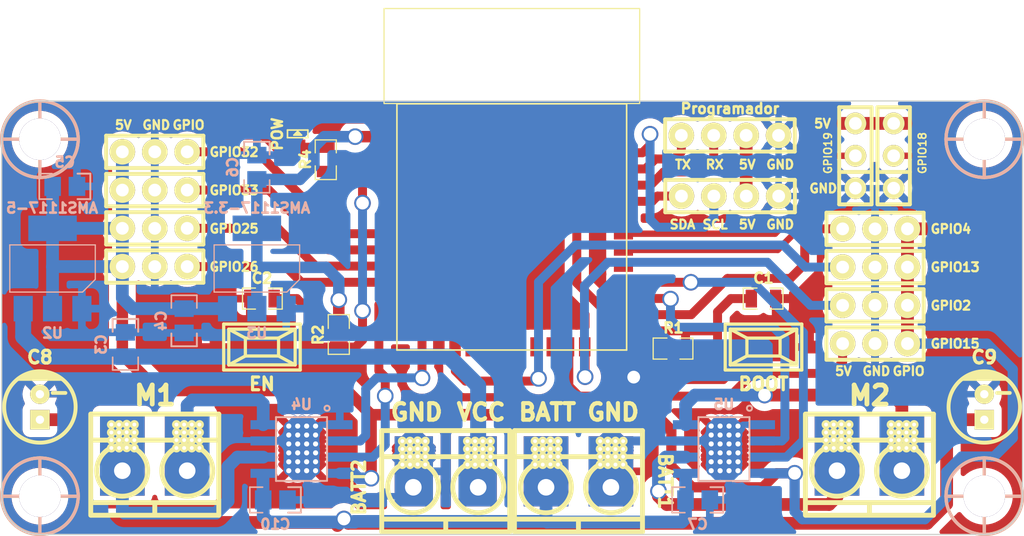
<source format=kicad_pcb>
(kicad_pcb (version 20221018) (generator pcbnew)
  (layers (0 "F.Cu" signal) (31 "B.Cu" signal) (34 "B.Paste" user) (35 "F.Paste" user) (36 "B.SilkS" user "B.Silkscreen") (37 "F.SilkS" user "F.Silkscreen") (38 "B.Mask" user) (39 "F.Mask" user) (44 "Edge.Cuts" user))
  (net 0 "")
  (net 1 "/IO0")
  (net 2 "GND")
  (net 3 "/EN")
  (net 4 "VCC")
  (net 5 "+5V")
  (net 6 "+3V3")
  (net 7 "/RXD0")
  (net 8 "/TXD0")
  (net 9 "/OUT_B_M1")
  (net 10 "/OUT_A_M1")
  (net 11 "/OUT_B_M2")
  (net 12 "/OUT_A_M2")
  (net 13 "+BATT")
  (net 14 "Net-(POW1-A)")
  (net 15 "/IR_DER")
  (net 16 "/LDR_DER")
  (net 17 "/IR_IZQ")
  (net 18 "/LDR_IZQ")
  (net 19 "/TATAMI_DER")
  (net 20 "/TATAMI_IZQ")
  (net 21 "/SDA")
  (net 22 "/SCL")
  (net 23 "/SensorAd_1")
  (net 24 "/SensorAd_2")
  (net 25 "/NeoPixel")
  (net 30 "/M1_IN1")
  (net 31 "/M1_IN2")
  (net 33 "/M2_IN2")
  (net 34 "/M2_IN1")
  (net 44 "/Pulsador")
  (footprint "footprints:R_0805" (layer "F.Cu") (at 194.64175 128.42 180)
    (fp_text reference "R1")
    (fp_text value "1OK" hide)
  )
  (footprint "footprints:Pin_Strip_3" (layer "F.Cu") (at 154 115.99)
    (fp_text reference "J2" hide)
    (fp_text value "LDR" hide)
  )
  (footprint "footprints:Pin_Strip_4" (layer "F.Cu") (at 199.08 116.46)
    (fp_text reference "J11" hide)
    (fp_text value "SalidaI2C" hide)
  )
  (footprint "EESTN5:ESP32-WROOM-32E" (layer "F.Cu") (at 181.975 118.78)
    (fp_text reference "U1" hide)
    (fp_text value "ESP32-WROOM-32")
  )
  (footprint "footprints:R_0805" (layer "F.Cu") (at 168.42 127.3475 90)
    (fp_text reference "R2")
    (fp_text value "10K" hide)
  )
  (footprint "footprints:BORNERA2_AZUL_VIAS" (layer "F.Cu") (at 210 138)
    (fp_text reference "J15" hide)
    (fp_text value "M2")
  )
  (footprint "footprints:Pin_Strip_3" (layer "F.Cu") (at 210.44 122.03 180)
    (fp_text reference "J8" hide)
    (fp_text value "QRE1113_Izquierdo" hide)
  )
  (footprint "footprints:Pin_Strip_3" (layer "F.Cu") (at 210.44 125.03 180)
    (fp_text reference "J9" hide)
    (fp_text value "IFR_IZQ" hide)
  )
  (footprint "EESTN5:Led_0805" (layer "F.Cu") (at 165.2 111.58 90)
    (fp_text reference "POW1" hide)
    (fp_text value "2V" hide)
  )
  (footprint "EESTN5:R_0805" (layer "F.Cu") (at 201.69918 124.5 180)
    (fp_text reference "C1")
    (fp_text value "1n" hide)
  )
  (footprint "EESTN5:CAP_ELEC_5x11mm" (layer "F.Cu") (at 219 133)
    (fp_text reference "C9")
    (fp_text value "100Uf/30V" hide)
  )
  (footprint "footprints:BORNERA2_AZUL_VIAS" (layer "F.Cu") (at 154 138)
    (fp_text reference "J14" hide)
    (fp_text value "M1")
  )
  (footprint "EESTN5:Separador_M3_5mm" (layer "F.Cu") (at 219 140)
    (fp_text reference "P2" hide)
    (fp_text value "Mounting_Hole" hide)
  )
  (footprint "EESTN5:R_0805" (layer "F.Cu") (at 167.4 113.57825 -90)
    (fp_text reference "R4")
    (fp_text value "470" hide)
  )
  (footprint "EESTN5:Pulsador_SMD_2_ALTO" (layer "F.Cu") (at 162.4 128.3)
    (fp_text reference "EN1" hide)
    (fp_text value "SW_Push" hide)
  )
  (footprint "footprints:Pin_Strip_3" (layer "F.Cu") (at 210.44 128.03 180)
    (fp_text reference "J10" hide)
    (fp_text value "SensorAdicional_2" hide)
  )
  (footprint "EESTN5:CAP_ELEC_5x11mm" (layer "F.Cu") (at 145 133)
    (fp_text reference "C8")
    (fp_text value "100Uf/30V" hide)
  )
  (footprint "EESTN5:R_0805" (layer "F.Cu") (at 162.4 124.5)
    (fp_text reference "C2")
    (fp_text value "1n" hide)
  )
  (footprint "footprints:Pin_Strip_3" (layer "F.Cu") (at 210.44 119.03 180)
    (fp_text reference "J7" hide)
    (fp_text value "LDR" hide)
  )
  (footprint "EESTN5:Separador_M3_5mm" (layer "F.Cu") (at 219 112)
    (fp_text reference "P2" hide)
    (fp_text value "Mounting_Hole" hide)
  )
  (footprint "footprints:BORNERA2_AZUL_VIAS" (layer "F.Cu") (at 176.8 139.3)
    (fp_text reference "J13" hide)
    (fp_text value "Bateria_3s" hide)
  )
  (footprint "EESTN5:Pin_Strip_3" (layer "F.Cu") (at 208.9 113.3 90)
    (fp_text reference "J5" hide)
    (fp_text value "NeoPixel" hide)
  )
  (footprint "footprints:Pin_Strip_4" (layer "F.Cu") (at 199.07 111.7 180)
    (fp_text reference "J16" hide)
    (fp_text value "Programador")
  )
  (footprint "EESTN5:Pin_Strip_3" (layer "F.Cu") (at 211.9 113.3 90)
    (fp_text reference "J6" hide)
    (fp_text value "SWITCH" hide)
  )
  (footprint "EESTN5:Separador_M3_5mm" (layer "F.Cu") (at 145 112)
    (fp_text reference "P2" hide)
    (fp_text value "Mounting_Hole" hide)
  )
  (footprint "footprints:Pin_Strip_3" (layer "F.Cu") (at 154 118.99)
    (fp_text reference "J3" hide)
    (fp_text value "QRE1113_Derecho" hide)
  )
  (footprint "footprints:Pin_Strip_3" (layer "F.Cu") (at 154 121.99)
    (fp_text reference "J4" hide)
    (fp_text value "IFR_DER" hide)
  )
  (footprint "EESTN5:Separador_M3_5mm" (layer "F.Cu") (at 145 140)
    (fp_text reference "P2" hide)
    (fp_text value "Mounting_Hole" hide)
  )
  (footprint "footprints:Pin_Strip_3" (layer "F.Cu") (at 154 112.99)
    (fp_text reference "J1" hide)
    (fp_text value "SensorAdicional_1" hide)
  )
  (footprint "EESTN5:Pulsador_SMD_2_ALTO" (layer "F.Cu") (at 201.69918 128.3 180)
    (fp_text reference "BOOT1" hide)
    (fp_text value "SW_Push" hide)
  )
  (footprint "footprints:BORNERA2_AZUL_VIAS" (layer "F.Cu") (at 187.2 139.3)
    (fp_text reference "J12" hide)
    (fp_text value "Bateria_6s" hide)
  )
  (footprint "footprints:AMS117-SOT-223" (layer "B.Cu") (at 145.99 122.14 90)
    (fp_text reference "U2")
    (fp_text value "AMS1117-5")
  )
  (footprint "EESTN5:C_0805" (layer "B.Cu") (at 146.95 115.7 180)
    (fp_text reference "C5")
    (fp_text value "10uF" hide)
  )
  (footprint "EESTN5:C_0805" (layer "B.Cu") (at 163.45 140.29 180)
    (fp_text reference "C10")
    (fp_text value "100nf" hide)
  )
  (footprint "EESTN5:C_0805" (layer "B.Cu") (at 151.7 128.1 -90)
    (fp_text reference "C3")
    (fp_text value "10uF" hide)
  )
  (footprint "EESTN5:C_0805" (layer "B.Cu") (at 156.3 126.24 90)
    (fp_text reference "C4")
    (fp_text value "10uF" hide)
  )
  (footprint "footprints:TB67H451AFNG_Disipado" (layer "B.Cu") (at 165.5 136.3 -90)
    (fp_text reference "U4")
    (fp_text value "TB67H451AFNG" hide)
  )
  (footprint "footprints:TB67H451AFNG_Disipado" (layer "B.Cu") (at 198.6 136.3 -90)
    (fp_text reference "U5")
    (fp_text value "TB67H451AFNG" hide)
  )
  (footprint "EESTN5:C_0805" (layer "B.Cu") (at 162 114.2 -90)
    (fp_text reference "C6")
    (fp_text value "10uF" hide)
  )
  (footprint "footprints:AMS117-SOT-223" (layer "B.Cu") (at 162 122.14 90)
    (fp_text reference "U3")
    (fp_text value "AMS1117-3.3")
  )
  (footprint "EESTN5:C_0805" (layer "B.Cu") (at 196.54 140.29 180)
    (fp_text reference "C7")
    (fp_text value "100nf" hide)
  )
  (gr_line (start 142 112) (end 142 140) (stroke (width 0.1)) (layer "Edge.Cuts"))
  (gr_line (start 222 112) (end 222 140) (stroke (width 0.1)) (layer "Edge.Cuts"))
  (gr_arc (start 142 112) (mid 142.87868 109.87868) (end 145 109) (stroke (width 0.1)) (layer "Edge.Cuts"))
  (gr_arc (start 219 109) (mid 221.12132 109.87868) (end 222 112) (stroke (width 0.1)) (layer "Edge.Cuts"))
  (gr_arc (start 222 140) (mid 221.12132 142.12132) (end 219 143) (stroke (width 0.1)) (layer "Edge.Cuts"))
  (gr_line (start 145 109) (end 219 109) (stroke (width 0.1)) (layer "Edge.Cuts"))
  (gr_line (start 219 143) (end 145 143) (stroke (width 0.1)) (layer "Edge.Cuts"))
  (gr_arc (start 145 143) (mid 142.87868 142.12132) (end 142 140) (stroke (width 0.1)) (layer "Edge.Cuts"))
  (gr_text "SCL" (at 196.825 119.1) (layer "F.SilkS") (effects (font (size 0.7 0.7) (thickness 0.175) bold) (justify left bottom)))
  (gr_text "SDA\n" (at 194.25 119.1) (layer "F.SilkS") (effects (font (size 0.7 0.7) (thickness 0.175) bold) (justify left bottom)))
  (gr_text "5V" (at 205.575 111.19) (layer "F.SilkS") (effects (font (size 0.7 0.7) (thickness 0.175) bold) (justify left bottom)))
  (gr_text "GPIO4\n" (at 214.7 119.45) (layer "F.SilkS") (effects (font (size 0.7 0.7) (thickness 0.175) bold) (justify left bottom)))
  (gr_text "GND" (at 209.365 130.6) (layer "F.SilkS") (effects (font (size 0.7 0.7) (thickness 0.175) bold) (justify left bottom)))
  (gr_text "GPIO15" (at 214.7 128.45) (layer "F.SilkS") (effects (font (size 0.7 0.7) (thickness 0.175) bold) (justify left bottom)))
  (gr_text "GPIO18\n" (at 214.5 114.8 90) (layer "F.SilkS") (effects (font (size 0.6 0.6) (thickness 0.125) bold) (justify left bottom)))
  (gr_text "GPIO32" (at 158.2 113.42) (layer "F.SilkS") (effects (font (size 0.7 0.7) (thickness 0.175) bold) (justify left bottom)))
  (gr_text "GPIO" (at 155.3 111.3) (layer "F.SilkS") (effects (font (size 0.7 0.7) (thickness 0.175) bold) (justify left bottom)))
  (gr_text "GPIO2" (at 214.7 125.46) (layer "F.SilkS") (effects (font (size 0.7 0.7) (thickness 0.175) bold) (justify left bottom)))
  (gr_text "GND" (at 187.725 134.175) (layer "F.SilkS") (effects (font (size 1.3 1.3) (thickness 0.325) bold) (justify left bottom)))
  (gr_text "5V" (at 207.215 130.6) (layer "F.SilkS") (effects (font (size 0.7 0.7) (thickness 0.175) bold) (justify left bottom)))
  (gr_text "GND" (at 205.2 116.27) (layer "F.SilkS") (effects (font (size 0.7 0.7) (thickness 0.175) bold) (justify left bottom)))
  (gr_text "GPIO13\n" (at 214.7 122.45) (layer "F.SilkS") (effects (font (size 0.7 0.7) (thickness 0.175) bold) (justify left bottom)))
  (gr_text "VCC" (at 177.5 134.175) (layer "F.SilkS") (effects (font (size 1.3 1.3) (thickness 0.325) bold) (justify left bottom)))
  (gr_text "GPIO33" (at 158.2 116.42) (layer "F.SilkS") (effects (font (size 0.7 0.7) (thickness 0.175) bold) (justify left bottom)))
  (gr_text "GPIO" (at 211.725 130.6) (layer "F.SilkS") (effects (font (size 0.7 0.7) (thickness 0.175) bold) (justify left bottom)))
  (gr_text "GPIO19\n" (at 207.1 114.8 90) (layer "F.SilkS") (effects (font (size 0.6 0.6) (thickness 0.125) bold) (justify left bottom)))
  (gr_text "RX" (at 197.075 114.4) (layer "F.SilkS") (effects (font (size 0.7 0.7) (thickness 0.175) bold) (justify left bottom)))
  (gr_text "BATT" (at 182.35 134.175) (layer "F.SilkS") (effects (font (size 1.3 1.3) (thickness 0.325) bold) (justify left bottom)))
  (gr_text "GND" (at 152.94 111.3) (layer "F.SilkS") (effects (font (size 0.7 0.7) (thickness 0.175) bold) (justify left bottom)))
  (gr_text "5V" (at 199.675 119.1) (layer "F.SilkS") (effects (font (size 0.7 0.7) (thickness 0.175) bold) (justify left bottom)))
  (gr_text "5V" (at 199.675 114.4) (layer "F.SilkS") (effects (font (size 0.7 0.7) (thickness 0.175) bold) (justify left bottom)))
  (gr_text "GPIO26" (at 158.2 122.42) (layer "F.SilkS") (effects (font (size 0.7 0.7) (thickness 0.175) bold) (justify left bottom)))
  (gr_text "GND" (at 201.825 114.4) (layer "F.SilkS") (effects (font (size 0.7 0.7) (thickness 0.175) bold) (justify left bottom)))
  (gr_text "GND" (at 201.825 119.1) (layer "F.SilkS") (effects (font (size 0.7 0.7) (thickness 0.175) bold) (justify left bottom)))
  (gr_text "GPIO25" (at 158.2 119.43) (layer "F.SilkS") (effects (font (size 0.7 0.7) (thickness 0.175) bold) (justify left bottom)))
  (gr_text "GND" (at 172.325 134.175) (layer "F.SilkS") (effects (font (size 1.3 1.3) (thickness 0.325) bold) (justify left bottom)))
  (gr_text "TX" (at 194.675 114.4) (layer "F.SilkS") (effects (font (size 0.7 0.7) (thickness 0.175) bold) (justify left bottom)))
  (gr_text "5V" (at 150.79 111.3) (layer "F.SilkS") (effects (font (size 0.7 0.7) (thickness 0.175) bold) (justify left bottom)))
  (segment (start 198.1 125.54) (end 199.14 124.5) (width 0.7) (layer "F.Cu") (net 1))
  (segment (start 195.59425 127.076) (end 195.55 127.03175) (width 0.7) (layer "F.Cu") (net 1))
  (segment (start 195.59425 128.42) (end 195.59425 127.076) (width 0.7) (layer "F.Cu") (net 1))
  (segment (start 198.0975 128.2975) (end 198.1 128.3) (width 0.7) (layer "F.Cu") (net 1))
  (segment (start 198.1 127.01) (end 198.1 125.54) (width 0.7) (layer "F.Cu") (net 1))
  (segment (start 190.75 127.03175) (end 195.55 127.03175) (width 0.7) (layer "F.Cu") (net 1))
  (segment (start 199.14 124.5) (end 200.74668 124.5) (width 0.7) (layer "F.Cu") (net 1))
  (segment (start 198.07825 127.03175) (end 198.1 127.01) (width 0.7) (layer "F.Cu") (net 1))
  (segment (start 195.55 127.03175) (end 198.07825 127.03175) (width 0.7) (layer "F.Cu") (net 1))
  (segment (start 198.1 128.3) (end 198.1 127.01) (width 0.7) (layer "F.Cu") (net 1))
  (segment (start 204.05 124.5) (end 202.65168 124.5) (width 0.7) (layer "F.Cu") (net 2))
  (segment (start 159.89 124.5) (end 161.4475 124.5) (width 0.5) (layer "F.Cu") (net 2))
  (segment (start 190.75 110.52175) (end 180.36 110.52175) (width 0.5) (layer "F.Cu") (net 2))
  (segment (start 173.24077 110.53098) (end 173.25 110.52175) (width 0.5) (layer "F.Cu") (net 2))
  (segment (start 165.2 110.53098) (end 173.24077 110.53098) (width 0.5) (layer "F.Cu") (net 2))
  (segment (start 180.5 119.64175) (end 180.5 116.84175) (width 0.5) (layer "F.Cu") (net 2))
  (segment (start 154 110.59098) (end 154.06 110.53098) (width 0.5) (layer "F.Cu") (net 2))
  (segment (start 179.1 119.64175) (end 179.1 116.84175) (width 0.5) (layer "F.Cu") (net 2))
  (segment (start 179.67 123.96) (end 180.5 123.13) (width 0.5) (layer "F.Cu") (net 2))
  (segment (start 154 121.99) (end 154 112.99) (width 0.5) (layer "F.Cu") (net 2))
  (segment (start 176.285 128.28175) (end 176.285 125.665) (width 0.5) (layer "F.Cu") (net 2))
  (segment (start 179.1 116.84175) (end 181.9 119.64175) (width 0.5) (layer "F.Cu") (net 2))
  (segment (start 158.80082 128.3) (end 155.92 128.3) (width 0.5) (layer "F.Cu") (net 2))
  (segment (start 205.29836 125.74836) (end 204.05 124.5) (width 0.7) (layer "F.Cu") (net 2))
  (segment (start 181.9 119.64175) (end 179.1 119.64175) (width 0.5) (layer "F.Cu") (net 2))
  (segment (start 180.5 123.13) (end 180.5 118.24175) (width 0.5) (layer "F.Cu") (net 2))
  (segment (start 148.7 112.09) (end 150.25902 110.53098) (width 0.5) (layer "F.Cu") (net 2))
  (segment (start 205.29836 128.3) (end 205.29836 125.74836) (width 0.7) (layer "F.Cu") (net 2))
  (segment (start 181.9 116.84175) (end 179.1 119.64175) (width 0.5) (layer "F.Cu") (net 2))
  (segment (start 200.85 128.3) (end 198.49 130.66) (width 0.5) (layer "F.Cu") (net 2))
  (segment (start 154.87902 110.53098) (end 165.2 110.53098) (width 0.5) (layer "F.Cu") (net 2))
  (segment (start 176.285 125.665) (end 177.99 123.96) (width 0.5) (layer "F.Cu") (net 2))
  (segment (start 179.1 118.24175) (end 181.9 118.24175) (width 0.5) (layer "F.Cu") (net 2))
  (segment (start 177.99 123.96) (end 179.67 123.96) (width 0.5) (layer "F.Cu") (net 2))
  (segment (start 158.80082 125.58918) (end 159.89 124.5) (width 0.5) (layer "F.Cu") (net 2))
  (segment (start 155.92 128.3) (end 154 126.38) (width 0.5) (layer "F.Cu") (net 2))
  (segment (start 150.25902 110.53098) (end 154.87902 110.53098) (width 0.5) (layer "F.Cu") (net 2))
  (segment (start 205.29836 128.3) (end 200.85 128.3) (width 0.5) (layer "F.Cu") (net 2))
  (segment (start 179.1 116.84175) (end 181.9 116.84175) (width 0.5) (layer "F.Cu") (net 2))
  (segment (start 147.18 132) (end 148.7 130.48) (width 0.5) (layer "F.Cu") (net 2))
  (segment (start 180.36 110.52175) (end 173.25 110.52175) (width 0.5) (layer "F.Cu") (net 2))
  (segment (start 145 132) (end 147.18 132) (width 0.5) (layer "F.Cu") (net 2))
  (segment (start 181.9 116.84175) (end 181.9 119.64175) (width 0.5) (layer "F.Cu") (net 2))
  (segment (start 154.06 110.53098) (end 154.87902 110.53098) (width 0.5) (layer "F.Cu") (net 2))
  (segment (start 158.80082 128.3) (end 158.80082 125.58918) (width 0.5) (layer "F.Cu") (net 2))
  (segment (start 154 126.38) (end 154 121.99) (width 0.5) (layer "F.Cu") (net 2))
  (segment (start 198.49 130.66) (end 191.53 130.66) (width 0.5) (layer "F.Cu") (net 2))
  (segment (start 154 112.99) (end 154 110.59098) (width 0.5) (layer "F.Cu") (net 2))
  (segment (start 148.7 130.48) (end 148.7 112.09) (width 0.5) (layer "F.Cu") (net 2))
  (segment (start 180.5 116.84175) (end 180.5 118.24175) (width 0.5) (layer "F.Cu") (net 2))
  (via (at 191.53 130.66) (size 1.3) (drill 1) (layers "F.Cu" "B.Cu") (net 2))
  (segment (start 180.5475 127.1925) (end 180.55 127.19) (width 0.5) (layer "B.Cu") (net 2))
  (segment (start 145 132) (end 153.21 132) (width 0.5) (layer "B.Cu") (net 2))
  (segment (start 189.74 136.64) (end 190.7 135.68) (width 0.7) (layer "B.Cu") (net 2))
  (segment (start 162.5 135.665) (end 165.665 135.665) (width 0.5) (layer "B.Cu") (net 2))
  (segment (start 167 134.395) (end 168.5 134.395) (width 0.5) (layer "B.Cu") (net 2))
  (segment (start 166.22 140) (end 173.56 140) (width 0.5) (layer "B.Cu") (net 2))
  (segment (start 205.68 115.84) (end 208.9 115.84) (width 0.5) (layer "B.Cu") (net 2))
  (segment (start 189.72 131.51) (end 189.72 132.78) (width 0.5) (layer "B.Cu") (net 2))
  (segment (start 164.4025 140.29) (end 165.93 140.29) (width 0.5) (layer "B.Cu") (net 2))
  (segment (start 197.4925 140.29) (end 198.59 140.29) (width 0.5) (layer "B.Cu") (net 2))
  (segment (start 151.745 127.1925) (end 151.7 127.1475) (width 0.5) (layer "B.Cu") (net 2))
  (segment (start 208.9 115.84) (end 210.25 115.84) (width 0.5) (layer "B.Cu") (net 2))
  (segment (start 190.57 130.66) (end 189.72 131.51) (width 0.5) (layer "B.Cu") (net 2))
  (segment (start 210.44 119.03) (end 210.44 116.03) (width 0.5) (layer "B.Cu") (net 2))
  (segment (start 149.46 110.5) (end 148.83 111.13) (width 0.5) (layer "B.Cu") (net 2))
  (segment (start 181.47 109.62) (end 180.55 110.54) (width 0.5) (layer "B.Cu") (net 2))
  (segment (start 198.765 135.665) (end 199 135.9) (width 0.5) (layer "B.Cu") (net 2))
  (segment (start 191.53 130.66) (end 190.57 130.66) (width 0.5) (layer "B.Cu") (net 2))
  (segment (start 151.7 127.1475) (end 148.7475 127.1475) (width 0.5) (layer "B.Cu") (net 2))
  (segment (start 148.29 126.69) (end 148.29 125.29) (width 0.5) (layer "B.Cu") (net 2))
  (segment (start 195.6 135.665) (end 190.715 135.665) (width 0.7) (layer "B.Cu") (net 2))
  (segment (start 163.45 127.1925) (end 164.29 127.1925) (width 0.5) (layer "B.Cu") (net 2))
  (segment (start 148.83 111.13) (end 149.26 110.7) (width 0.5) (layer "B.Cu") (net 2))
  (segment (start 164.29 127.1925) (end 180.5475 127.1925) (width 0.5) (layer "B.Cu") (net 2))
  (segment (start 202.88 111.7) (end 202.88 116.45) (width 0.5) (layer "B.Cu") (net 2))
  (segment (start 165.93 140.29) (end 166.22 140) (width 0.5) (layer "B.Cu") (net 2))
  (segment (start 195.6 135.665) (end 198.765 135.665) (width 0.5) (layer "B.Cu") (net 2))
  (segment (start 180.55 127.19) (end 180.55 111.74) (width 0.5) (layer "B.Cu") (net 2))
  (segment (start 154 112.99) (end 154 110.72) (width 0.5) (layer "B.Cu") (net 2))
  (segment (start 166.99 130.67) (end 168.5 132.18) (width 0.5) (layer "B.Cu") (net 2))
  (segment (start 200.1 134.395) (end 201.6 134.395) (width 0.5) (layer "B.Cu") (net 2))
  (segment (start 153.21 132) (end 154.54 130.67) (width 0.5) (layer "B.Cu") (net 2))
  (segment (start 180.55 110.54) (end 180.55 111.74) (width 0.5) (layer "B.Cu") (net 2))
  (segment (start 210.44 128.03) (end 210.44 119.03) (width 0.5) (layer "B.Cu") (net 2))
  (segment (start 183.54 132.78) (end 189.72 132.78) (width 0.5) (layer "B.Cu") (net 2))
  (segment (start 183.28 132.78) (end 183.54 132.78) (width 0.5) (layer "B.Cu") (net 2))
  (segment (start 156.3 127.1925) (end 151.745 127.1925) (width 0.5) (layer "B.Cu") (net 2))
  (segment (start 190.715 135.665) (end 189.74 136.64) (width 0.7) (layer "B.Cu") (net 2))
  (segment (start 147.9025 115.7) (end 147.9025 112.0575) (width 0.5) (layer "B.Cu") (net 2))
  (segment (start 162 110.5) (end 149.46 110.5) (width 0.5) (layer "B.Cu") (net 2))
  (segment (start 147.9025 112.0575) (end 148.83 111.13) (width 0.5) (layer "B.Cu") (net 2))
  (segment (start 180.55 129.79) (end 180.55 127.19) (width 0.5) (layer "B.Cu") (net 2))
  (segment (start 202.88 110.02) (end 202.48 109.62) (width 0.5) (layer "B.Cu") (net 2))
  (segment (start 210.44 116.03) (end 210.25 115.84) (width 0.5) (layer "B.Cu") (net 2))
  (segment (start 168.5 132.18) (end 168.5 134.395) (width 0.5) (layer "B.Cu") (net 2))
  (segment (start 162 113.2475) (end 162 110.5) (width 0.5) (layer "B.Cu") (net 2))
  (segment (start 189.72 139.28) (end 189.74 139.3) (width 0.5) (layer "B.Cu") (net 2))
  (segment (start 165.93 135.465) (end 167 134.395) (width 0.5) (layer "B.Cu") (net 2))
  (segment (start 202.88 111.7) (end 202.88 110.02) (width 0.5) (layer "B.Cu") (net 2))
  (segment (start 156.3 127.1925) (end 163.45 127.1925) (width 0.5) (layer "B.Cu") (net 2))
  (segment (start 211.66 132) (end 219 132) (width 0.5) (layer "B.Cu") (net 2))
  (segment (start 210.25 115.84) (end 211.9 115.84) (width 0.5) (layer "B.Cu") (net 2))
  (segment (start 165.665 135.665) (end 165.9 135.9) (width 0.5) (layer "B.Cu") (net 2))
  (segment (start 180.55 110.54) (end 180.51 110.5) (width 0.5) (layer "B.Cu") (net 2))
  (segment (start 164.3 125.29) (end 164.3 127.1825) (width 0.5) (layer "B.Cu") (net 2))
  (segment (start 210.44 130.78) (end 211.66 132) (width 0.5) (layer "B.Cu") (net 2))
  (segment (start 183.54 132.78) (end 180.55 129.79) (width 0.5) (layer "B.Cu") (net 2))
  (segment (start 210.44 128.03) (end 210.44 130.78) (width 0.5) (layer "B.Cu") (net 2))
  (segment (start 154.54 130.67) (end 166.99 130.67) (width 0.5) (layer "B.Cu") (net 2))
  (segment (start 202.88 116.45) (end 202.89 116.46) (width 0.5) (layer "B.Cu") (net 2))
  (segment (start 154 110.72) (end 153.98 110.7) (width 0.5) (layer "B.Cu") (net 2))
  (segment (start 164.3 127.1825) (end 164.29 127.1925) (width 0.5) (layer "B.Cu") (net 2))
  (segment (start 189.74 139.3) (end 189.74 136.64) (width 0.7) (layer "B.Cu") (net 2))
  (segment (start 180.51 110.5) (end 162 110.5) (width 0.5) (layer "B.Cu") (net 2))
  (segment (start 165.93 140.29) (end 165.93 135.465) (width 0.5) (layer "B.Cu") (net 2))
  (segment (start 198.59 140.29) (end 198.98 139.9) (width 0.5) (layer "B.Cu") (net 2))
  (segment (start 148.7475 127.1475) (end 148.29 126.69) (width 0.5) (layer "B.Cu") (net 2))
  (segment (start 202.89 116.46) (end 205.06 116.46) (width 0.5) (layer "B.Cu") (net 2))
  (segment (start 173.56 140) (end 174.26 139.3) (width 0.5) (layer "B.Cu") (net 2))
  (segment (start 198.98 135.515) (end 200.1 134.395) (width 0.5) (layer "B.Cu") (net 2))
  (segment (start 189.72 132.78) (end 189.72 139.28) (width 0.5) (layer "B.Cu") (net 2))
  (segment (start 205.06 116.46) (end 205.68 115.84) (width 0.5) (layer "B.Cu") (net 2))
  (segment (start 198.98 139.9) (end 198.98 135.515) (width 0.5) (layer "B.Cu") (net 2))
  (segment (start 202.48 109.62) (end 181.47 109.62) (width 0.5) (layer "B.Cu") (net 2))
  (segment (start 165.14 124.5) (end 165.99918 125.35918) (width 0.7) (layer "F.Cu") (net 3))
  (segment (start 167.4 114.53075) (end 170.18075 114.53075) (width 0.7) (layer "F.Cu") (net 3))
  (segment (start 170.28 127.75) (end 169.73 128.3) (width 0.7) (layer "F.Cu") (net 3))
  (segment (start 170.28 125.46) (end 170.28 127.75) (width 0.7) (layer "F.Cu") (net 3))
  (segment (start 171.64975 113.06175) (end 173.25 113.06175) (width 0.7) (layer "F.Cu") (net 3))
  (segment (start 170.18075 114.53075) (end 171.64975 113.06175) (width 0.7) (layer "F.Cu") (net 3))
  (segment (start 170.28 114.63) (end 170.18075 114.53075) (width 0.7) (layer "F.Cu") (net 3))
  (segment (start 169.73 128.3) (end 168.42 128.3) (width 0.7) (layer "F.Cu") (net 3))
  (segment (start 170.28 117.01) (end 170.28 114.63) (width 0.7) (layer "F.Cu") (net 3))
  (segment (start 165.99918 128.3) (end 168.42 128.3) (width 0.7) (layer "F.Cu") (net 3))
  (segment (start 165.99918 125.35918) (end 165.99918 128.3) (width 0.7) (layer "F.Cu") (net 3))
  (segment (start 163.3525 124.5) (end 165.14 124.5) (width 0.7) (layer "F.Cu") (net 3))
  (via (at 170.28 125.46) (size 1.3) (drill 1) (layers "F.Cu" "B.Cu") (net 3))
  (via (at 170.28 117.01) (size 1.3) (drill 1) (layers "F.Cu" "B.Cu") (net 3))
  (segment (start 170.28 117.01) (end 170.28 125.46) (width 0.7) (layer "B.Cu") (net 3))
  (segment (start 151.7 129.0525) (end 145.2525 129.0525) (width 1.25) (layer "B.Cu") (net 4))
  (segment (start 143.69 127.49) (end 143.69 125.29) (width 1.25) (layer "B.Cu") (net 4))
  (segment (start 177.0525 129.0525) (end 151.7 129.0525) (width 1.25) (layer "B.Cu") (net 4))
  (segment (start 145.2525 129.0525) (end 143.69 127.49) (width 1.25) (layer "B.Cu") (net 4))
  (segment (start 179.7 137.52) (end 179.56 137.38) (width 1.25) (layer "B.Cu") (net 4))
  (segment (start 177.0525 129.0525) (end 179.34 131.34) (width 1.25) (layer "B.Cu") (net 4))
  (segment (start 179.34 131.34) (end 179.34 139.3) (width 1.25) (layer "B.Cu") (net 4))
  (segment (start 200.34 116.45) (end 200.35 116.46) (width 1) (layer "F.Cu") (net 5))
  (segment (start 170.95 133.61) (end 193.23 133.61) (width 0.9) (layer "F.Cu") (net 5))
  (segment (start 214.99 119.03) (end 212.98 119.03) (width 1) (layer "F.Cu") (net 5))
  (segment (start 151.46 128.9) (end 151.46 121.99) (width 0.9) (layer "F.Cu") (net 5))
  (segment (start 200.34 113.92) (end 200.34 111.7) (width 1) (layer "F.Cu") (net 5))
  (segment (start 203.79 113.92) (end 206.95 110.76) (width 1) (layer "F.Cu") (net 5))
  (segment (start 200.34 113.92) (end 200.34 116.45) (width 1) (layer "F.Cu") (net 5))
  (segment (start 154.27 131.71) (end 151.46 128.9) (width 0.9) (layer "F.Cu") (net 5))
  (segment (start 215.69 118.33) (end 214.99 119.03) (width 1) (layer "F.Cu") (net 5))
  (segment (start 170.95 138.59) (end 170.95 133.61) (width 0.9) (layer "F.Cu") (net 5))
  (segment (start 169.05 131.71) (end 154.27 131.71) (width 0.9) (layer "F.Cu") (net 5))
  (segment (start 200.34 113.92) (end 203.79 113.92) (width 1) (layer "F.Cu") (net 5))
  (segment (start 215.69 111.73) (end 215.69 118.33) (width 1) (layer "F.Cu") (net 5))
  (segment (start 194.48 137.66) (end 194.48 134.82) (width 0.8) (layer "F.Cu") (net 5))
  (segment (start 208.9 110.76) (end 211.9 110.76) (width 1) (layer "F.Cu") (net 5))
  (segment (start 201.64 139.3) (end 196.12 139.3) (width 0.8) (layer "F.Cu") (net 5))
  (segment (start 202.74 138.2) (end 201.64 139.3) (width 0.8) (layer "F.Cu") (net 5))
  (segment (start 212.98 119.03) (end 212.98 128.03) (width 1) (layer "F.Cu") (net 5))
  (segment (start 211.9 110.76) (end 214.72 110.76) (width 1) (layer "F.Cu") (net 5))
  (segment (start 204.14 138.2) (end 202.74 138.2) (width 0.8) (layer "F.Cu") (net 5))
  (segment (start 214.72 110.76) (end 215.69 111.73) (width 1) (layer "F.Cu") (net 5))
  (segment (start 206.95 110.76) (end 208.9 110.76) (width 1) (layer "F.Cu") (net 5))
  (segment (start 170.95 133.61) (end 169.05 131.71) (width 0.9) (layer "F.Cu") (net 5))
  (segment (start 193.23 133.61) (end 194.36 134.74) (width 0.9) (layer "F.Cu") (net 5))
  (segment (start 196.12 139.3) (end 194.48 137.66) (width 0.8) (layer "F.Cu") (net 5))
  (via (at 204.14 138.2) (size 1.3) (drill 1) (layers "F.Cu" "B.Cu") (net 5))
  (via (at 170.95 138.59) (size 1.3) (drill 1) (layers "F.Cu" "B.Cu") (net 5))
  (segment (start 170.95 138.59) (end 169.96 138.59) (width 0.9) (layer "B.Cu") (net 5))
  (segment (start 221.23 130.05) (end 219.21 128.03) (width 0.8) (layer "B.Cu") (net 5))
  (segment (start 156.3025 125.29) (end 156.3 125.2875) (width 1) (layer "B.Cu") (net 5))
  (segment (start 159.7 125.29) (end 156.3025 125.29) (width 1) (layer "B.Cu") (net 5))
  (segment (start 145.9975 118.9825) (end 145.99 118.99) (width 1) (layer "B.Cu") (net 5))
  (segment (start 145.9975 115.7) (end 145.9975 118.9825) (width 1) (layer "B.Cu") (net 5))
  (segment (start 204.14 138.2) (end 204.14 141.2) (width 0.8) (layer "B.Cu") (net 5))
  (segment (start 219.21 128.03) (end 212.98 128.03) (width 0.8) (layer "B.Cu") (net 5))
  (segment (start 217.22 136.89) (end 219.77 136.89) (width 0.8) (layer "B.Cu") (net 5))
  (segment (start 145.99 118.99) (end 151.46 118.99) (width 1) (layer "B.Cu") (net 5))
  (segment (start 146 121.99) (end 145.99 122) (width 1) (layer "B.Cu") (net 5))
  (segment (start 219.77 136.89) (end 221.23 135.43) (width 0.8) (layer "B.Cu") (net 5))
  (segment (start 151.46 121.99) (end 151.46 112.99) (width 1) (layer "B.Cu") (net 5))
  (segment (start 221.23 135.43) (end 221.23 130.05) (width 0.8) (layer "B.Cu") (net 5))
  (segment (start 145.99 122) (end 145.99 125.29) (width 1) (layer "B.Cu") (net 5))
  (segment (start 156.3 125.2875) (end 152.2875 125.2875) (width 1) (layer "B.Cu") (net 5))
  (segment (start 216.025 138.085) (end 217.22 136.89) (width 0.8) (layer "B.Cu") (net 5))
  (segment (start 214.35 141.8) (end 216.025 140.125) (width 0.8) (layer "B.Cu") (net 5))
  (segment (start 204.14 138.2) (end 204.135 138.205) (width 0.8) (layer "B.Cu") (net 5))
  (segment (start 216.025 140.125) (end 216.025 138.085) (width 0.8) (layer "B.Cu") (net 5))
  (segment (start 169.575 138.205) (end 168.5 138.205) (width 0.9) (layer "B.Cu") (net 5))
  (segment (start 169.96 138.59) (end 169.575 138.205) (width 0.9) (layer "B.Cu") (net 5))
  (segment (start 204.135 138.205) (end 201.6 138.205) (width 0.8) (layer "B.Cu") (net 5))
  (segment (start 151.46 124.46) (end 151.46 121.99) (width 1) (layer "B.Cu") (net 5))
  (segment (start 151.46 121.99) (end 146 121.99) (width 1) (layer "B.Cu") (net 5))
  (segment (start 204.74 141.8) (end 214.35 141.8) (width 0.8) (layer "B.Cu") (net 5))
  (segment (start 152.2875 125.2875) (end 151.46 124.46) (width 1) (layer "B.Cu") (net 5))
  (segment (start 204.14 141.2) (end 204.74 141.8) (width 0.8) (layer "B.Cu") (net 5))
  (segment (start 145.99 118.99) (end 145.99 122) (width 1) (layer "B.Cu") (net 5))
  (segment (start 187.07 123.28) (end 189.02 125.23) (width 0.7) (layer "F.Cu") (net 6))
  (segment (start 173.25 111.79175) (end 185.39175 111.79175) (width 0.7) (layer "F.Cu") (net 6))
  (segment (start 173.24175 111.8) (end 173.25 111.79175) (width 0.9) (layer "F.Cu") (net 6))
  (segment (start 189.02 127.945) (end 189.495 128.42) (width 0.7) (layer "F.Cu") (net 6))
  (segment (start 168.42 126.395) (end 168.42 124.59) (width 0.9) (layer "F.Cu") (net 6))
  (segment (start 185.39175 111.79175) (end 187.07 113.47) (width 0.7) (layer "F.Cu") (net 6))
  (segment (start 189.02 125.23) (end 189.02 127.945) (width 0.7) (layer "F.Cu") (net 6))
  (segment (start 169.7 111.8) (end 173.24175 111.8) (width 0.9) (layer "F.Cu") (net 6))
  (segment (start 187.07 113.47) (end 187.07 123.28) (width 0.7) (layer "F.Cu") (net 6))
  (segment (start 189.495 128.42) (end 193.68925 128.42) (width 0.7) (layer "F.Cu") (net 6))
  (via (at 169.7 111.8) (size 1.3) (drill 1) (layers "F.Cu" "B.Cu") (net 6))
  (via (at 168.42 124.59) (size 1.3) (drill 1) (layers "F.Cu" "B.Cu") (net 6))
  (segment (start 162 122.05) (end 162 118.99) (width 0.9) (layer "B.Cu") (net 6))
  (segment (start 169.7 111.8) (end 167.28 111.8) (width 0.9) (layer "B.Cu") (net 6))
  (segment (start 162 118.99) (end 162 115.1525) (width 0.9) (layer "B.Cu") (net 6))
  (segment (start 167.28 111.8) (end 166.47 112.61) (width 0.9) (layer "B.Cu") (net 6))
  (segment (start 168.42 124.59) (end 168.42 123.04) (width 0.9) (layer "B.Cu") (net 6))
  (segment (start 168.42 123.04) (end 167.43 122.05) (width 0.9) (layer "B.Cu") (net 6))
  (segment (start 166.47 112.61) (end 166.47 114.05) (width 0.9) (layer "B.Cu") (net 6))
  (segment (start 167.43 122.05) (end 162 122.05) (width 0.9) (layer "B.Cu") (net 6))
  (segment (start 165.3675 115.1525) (end 162 115.1525) (width 0.9) (layer "B.Cu") (net 6))
  (segment (start 162 125.29) (end 162 122.05) (width 0.9) (layer "B.Cu") (net 6))
  (segment (start 166.47 114.05) (end 165.3675 115.1525) (width 0.9) (layer "B.Cu") (net 6))
  (segment (start 190.75 115.60175) (end 192.84825 115.60175) (width 0.7) (layer "F.Cu") (net 7))
  (segment (start 197.8 111.7) (end 197.8 113.66) (width 0.7) (layer "F.Cu") (net 7))
  (segment (start 196.89 114.57) (end 197.8 113.66) (width 0.7) (layer "F.Cu") (net 7))
  (segment (start 192.84825 115.60175) (end 193.88 114.57) (width 0.7) (layer "F.Cu") (net 7))
  (segment (start 193.88 114.57) (end 196.89 114.57) (width 0.7) (layer "F.Cu") (net 7))
  (segment (start 190.75 114.33175) (end 192.44825 114.33175) (width 0.7) (layer "F.Cu") (net 8))
  (segment (start 195.26 111.7) (end 195.26 112.99) (width 0.7) (layer "F.Cu") (net 8))
  (segment (start 193.23 113.55) (end 194.7 113.55) (width 0.7) (layer "F.Cu") (net 8))
  (segment (start 192.44825 114.33175) (end 193.23 113.55) (width 0.7) (layer "F.Cu") (net 8))
  (segment (start 195.26 112.99) (end 194.7 113.55) (width 0.7) (layer "F.Cu") (net 8))
  (segment (start 159.74 137.67) (end 159.74 140.385) (width 1) (layer "B.Cu") (net 9))
  (segment (start 151.46 141.16) (end 151.46 138) (width 1) (layer "B.Cu") (net 9))
  (segment (start 158.8 141.325) (end 151.625 141.325) (width 1) (layer "B.Cu") (net 9))
  (segment (start 151.625 141.325) (end 151.46 141.16) (width 1) (layer "B.Cu") (net 9))
  (segment (start 159.74 140.385) (end 158.8 141.325) (width 1) (layer "B.Cu") (net 9))
  (segment (start 162.5 136.935) (end 160.475 136.935) (width 1) (layer "B.Cu") (net 9))
  (segment (start 160.475 136.935) (end 159.74 137.67) (width 1) (layer "B.Cu") (net 9))
  (segment (start 156.54 132.86) (end 156.54 138) (width 1) (layer "B.Cu") (net 10))
  (segment (start 162.5 132.77) (end 162.18 132.45) (width 1) (layer "B.Cu") (net 10))
  (segment (start 162.18 132.45) (end 156.95 132.45) (width 1) (layer "B.Cu") (net 10))
  (segment (start 156.95 132.45) (end 156.54 132.86) (width 1) (layer "B.Cu") (net 10))
  (segment (start 162.5 134.395) (end 162.5 132.77) (width 1) (layer "B.Cu") (net 10))
  (segment (start 207.46 140.03) (end 207.46 138) (width 1) (layer "F.Cu") (net 11))
  (segment (start 194.12 140.65) (end 206.84 140.65) (width 1) (layer "F.Cu") (net 11))
  (segment (start 193.47 139.6) (end 193.47 140) (width 1) (layer "F.Cu") (net 11))
  (segment (start 193.47 140) (end 194.12 140.65) (width 1) (layer "F.Cu") (net 11))
  (segment (start 206.84 140.65) (end 207.46 140.03) (width 1) (layer "F.Cu") (net 11))
  (via (at 193.47 139.6) (size 1.3) (drill 1) (layers "F.Cu" "B.Cu") (net 11))
  (segment (start 193.47 137.51) (end 194.045 136.935) (width 1) (layer "B.Cu") (net 11))
  (segment (start 193.47 139.6) (end 193.47 137.51) (width 1) (layer "B.Cu") (net 11))
  (segment (start 194.045 136.935) (end 195.6 136.935) (width 1) (layer "B.Cu") (net 11))
  (segment (start 201.78 132.07) (end 211.81 132.07) (width 1) (layer "F.Cu") (net 12))
  (segment (start 212.54 132.8) (end 212.54 138) (width 1) (layer "F.Cu") (net 12))
  (segment (start 211.81 132.07) (end 212.54 132.8) (width 1) (layer "F.Cu") (net 12))
  (via (at 201.78 132.07) (size 1.3) (drill 1) (layers "F.Cu" "B.Cu") (net 12))
  (segment (start 201.78 132.07) (end 196.33 132.07) (width 1) (layer "B.Cu") (net 12))
  (segment (start 195.6 132.8) (end 195.6 134.395) (width 1) (layer "B.Cu") (net 12))
  (segment (start 196.33 132.07) (end 195.6 132.8) (width 1) (layer "B.Cu") (net 12))
  (segment (start 217.12 134) (end 219 134) (width 1) (layer "F.Cu") (net 13))
  (segment (start 168.825 141.785) (end 168.31 142.3) (width 1) (layer "F.Cu") (net 13))
  (segment (start 149.155 142.06) (end 147.98 140.885) (width 1) (layer "F.Cu") (net 13))
  (segment (start 214.525 142.125) (end 216.05 140.6) (width 1) (layer "F.Cu") (net 13))
  (segment (start 168.825 141.785) (end 169.165 142.125) (width 1) (layer "F.Cu") (net 13))
  (segment (start 147.98 140.885) (end 147.98 135.04) (width 1) (layer "F.Cu") (net 13))
  (segment (start 146.94 134) (end 145 134) (width 1) (layer "F.Cu") (net 13))
  (segment (start 169.165 142.125) (end 214.525 142.125) (width 1) (layer "F.Cu") (net 13))
  (segment (start 168.825 141.785) (end 168.55 142.06) (width 1) (layer "F.Cu") (net 13))
  (segment (start 216.05 135.07) (end 217.12 134) (width 1) (layer "F.Cu") (net 13))
  (segment (start 184.66 139.3) (end 184.65 139.31) (width 1) (layer "F.Cu") (net 13))
  (segment (start 184.66 139.3) (end 184.68 139.32) (width 1) (layer "F.Cu") (net 13))
  (segment (start 216.05 140.6) (end 216.05 135.07) (width 1) (layer "F.Cu") (net 13))
  (segment (start 168.55 142.06) (end 149.155 142.06) (width 1) (layer "F.Cu") (net 13))
  (segment (start 147.98 135.04) (end 146.94 134) (width 1) (layer "F.Cu") (net 13))
  (via (at 168.825 141.785) (size 1.3) (drill 1) (layers "F.Cu" "B.Cu") (net 13))
  (segment (start 184.64 139.32) (end 184.66 139.3) (width 1) (layer "B.Cu") (net 13))
  (segment (start 195.305 142.025) (end 184.74 142.025) (width 1) (layer "B.Cu") (net 13))
  (segment (start 195.5875 140.29) (end 195.5875 141.7425) (width 1) (layer "B.Cu") (net 13))
  (segment (start 163.02 142.12) (end 162.4975 141.5975) (width 1) (layer "B.Cu") (net 13))
  (segment (start 163.115 142.025) (end 163.02 142.12) (width 1) (layer "B.Cu") (net 13))
  (segment (start 162.5 140.2875) (end 162.4975 140.29) (width 1) (layer "B.Cu") (net 13))
  (segment (start 169.065 142.025) (end 169.68 142.025) (width 1) (layer "B.Cu") (net 13))
  (segment (start 184.74 142.025) (end 184.66 141.945) (width 1) (layer "B.Cu") (net 13))
  (segment (start 195.5875 141.7425) (end 195.305 142.025) (width 1) (layer "B.Cu") (net 13))
  (segment (start 169.63 141.975) (end 169.68 142.025) (width 1) (layer "B.Cu") (net 13))
  (segment (start 184.74 142.025) (end 184.69 141.975) (width 1) (layer "B.Cu") (net 13))
  (segment (start 162.48 140.2725) (end 162.48 138.57) (width 1) (layer "B.Cu") (net 13))
  (segment (start 168.825 141.785) (end 168.49 142.12) (width 1) (layer "B.Cu") (net 13))
  (segment (start 168.825 141.785) (end 169.065 142.025) (width 1) (layer "B.Cu") (net 13))
  (segment (start 195.6 138.58) (end 195.6 140.2775) (width 1) (layer "B.Cu") (net 13))
  (segment (start 184.69 141.975) (end 169.63 141.975) (width 1) (layer "B.Cu") (net 13))
  (segment (start 163.04 142.1) (end 163.02 142.12) (width 1) (layer "B.Cu") (net 13))
  (segment (start 162.4975 140.29) (end 162.48 140.2725) (width 1) (layer "B.Cu") (net 13))
  (segment (start 162.4975 141.5975) (end 162.4975 140.29) (width 1) (layer "B.Cu") (net 13))
  (segment (start 184.66 141.945) (end 184.66 139.3) (width 1) (layer "B.Cu") (net 13))
  (segment (start 195.6 140.2775) (end 195.5875 140.29) (width 1) (layer "B.Cu") (net 13))
  (segment (start 169.68 142.025) (end 163.115 142.025) (width 1) (layer "B.Cu") (net 13))
  (segment (start 167.4 112.62575) (end 165.20327 112.62575) (width 0.7) (layer "F.Cu") (net 14))
  (segment (start 165.20327 112.62575) (end 165.2 112.62902) (width 0.7) (layer "F.Cu") (net 14))
  (segment (start 165.49175 123.22175) (end 173.25 123.22175) (width 0.7) (layer "F.Cu") (net 15))
  (segment (start 164.26 121.99) (end 165.49175 123.22175) (width 0.7) (layer "F.Cu") (net 15))
  (segment (start 156.54 121.99) (end 164.26 121.99) (width 0.7) (layer "F.Cu") (net 15))
  (segment (start 167.63175 120.68175) (end 173.25 120.68175) (width 0.7) (layer "F.Cu") (net 16))
  (segment (start 162.94 115.99) (end 167.63175 120.68175) (width 0.7) (layer "F.Cu") (net 16))
  (segment (start 156.54 115.99) (end 162.94 115.99) (width 0.7) (layer "F.Cu") (net 16))
  (segment (start 187.72 130.63) (end 187.72 128.28675) (width 0.7) (layer "F.Cu") (net 17))
  (segment (start 187.72 128.28675) (end 187.715 128.28175) (width 0.7) (layer "F.Cu") (net 17))
  (via (at 187.72 130.63) (size 1.3) (drill 1) (layers "F.Cu" "B.Cu") (net 17))
  (segment (start 207.9 125.03) (end 205.38 125.03) (width 0.7) (layer "B.Cu") (net 17))
  (segment (start 187.67 130.58) (end 187.72 130.63) (width 0.7) (layer "B.Cu") (net 17))
  (segment (start 189.51 121.65) (end 187.67 123.49) (width 0.7) (layer "B.Cu") (net 17))
  (segment (start 205.38 125.03) (end 202 121.65) (width 0.7) (layer "B.Cu") (net 17))
  (segment (start 187.67 123.49) (end 187.67 130.58) (width 0.7) (layer "B.Cu") (net 17))
  (segment (start 202 121.65) (end 189.51 121.65) (width 0.7) (layer "B.Cu") (net 17))
  (segment (start 204.93 121.79) (end 204.93 120.01) (width 0.7) (layer "F.Cu") (net 18))
  (segment (start 205.91 119.03) (end 207.9 119.03) (width 0.7) (layer "F.Cu") (net 18))
  (segment (start 198.88 122.92) (end 203.8 122.92) (width 0.7) (layer "F.Cu") (net 18))
  (segment (start 204.93 120.01) (end 205.91 119.03) (width 0.7) (layer "F.Cu") (net 18))
  (segment (start 196.03825 125.76175) (end 198.88 122.92) (width 0.7) (layer "F.Cu") (net 18))
  (segment (start 190.75 125.76175) (end 196.03825 125.76175) (width 0.7) (layer "F.Cu") (net 18))
  (segment (start 207.46 119.07) (end 207.46 119.03) (width 0.7) (layer "F.Cu") (net 18))
  (segment (start 203.8 122.92) (end 204.93 121.79) (width 0.7) (layer "F.Cu") (net 18))
  (segment (start 156.54 118.99) (end 163.65 118.99) (width 0.7) (layer "F.Cu") (net 19))
  (segment (start 166.61175 121.95175) (end 173.25 121.95175) (width 0.7) (layer "F.Cu") (net 19))
  (segment (start 163.65 118.99) (end 166.61175 121.95175) (width 0.7) (layer "F.Cu") (net 19))
  (segment (start 178.35 130.97) (end 177.555 130.175) (width 0.7) (layer "F.Cu") (net 20))
  (segment (start 183.86 130.97) (end 178.35 130.97) (width 0.7) (layer "F.Cu") (net 20))
  (segment (start 177.555 130.175) (end 177.555 128.28175) (width 0.7) (layer "F.Cu") (net 20))
  (segment (start 184.07 130.76) (end 183.86 130.97) (width 0.7) (layer "F.Cu") (net 20))
  (via (at 184.07 130.76) (size 1.3) (drill 1) (layers "F.Cu" "B.Cu") (net 20))
  (segment (start 186.97 120.3) (end 203.24 120.3) (width 0.7) (layer "B.Cu") (net 20))
  (segment (start 204.97 122.03) (end 207.9 122.03) (width 0.7) (layer "B.Cu") (net 20))
  (segment (start 184.07 123.2) (end 186.97 120.3) (width 0.7) (layer "B.Cu") (net 20))
  (segment (start 184.07 130.76) (end 184.07 123.2) (width 0.7) (layer "B.Cu") (net 20))
  (segment (start 203.24 120.3) (end 204.97 122.03) (width 0.7) (layer "B.Cu") (net 20))
  (segment (start 190.75 116.87175) (end 192.97825 116.87175) (width 0.7) (layer "F.Cu") (net 21))
  (segment (start 192.97825 116.87175) (end 193.39 116.46) (width 0.7) (layer "F.Cu") (net 21))
  (segment (start 193.39 116.46) (end 195.27 116.46) (width 0.7) (layer "F.Cu") (net 21))
  (segment (start 192.81 112.46) (end 192.20825 113.06175) (width 0.7) (layer "F.Cu") (net 22))
  (segment (start 192.81 111.61) (end 192.81 112.46) (width 0.7) (layer "F.Cu") (net 22))
  (segment (start 192.20825 113.06175) (end 190.75 113.06175) (width 0.7) (layer "F.Cu") (net 22))
  (via (at 192.81 111.61) (size 1.3) (drill 1) (layers "F.Cu" "B.Cu") (net 22))
  (segment (start 197.81 118.16) (end 197.81 116.46) (width 0.7) (layer "B.Cu") (net 22))
  (segment (start 192.81 111.61) (end 192.81 118.3) (width 0.7) (layer "B.Cu") (net 22))
  (segment (start 197.07 118.9) (end 197.81 118.16) (width 0.7) (layer "B.Cu") (net 22))
  (segment (start 193.41 118.9) (end 197.07 118.9) (width 0.7) (layer "B.Cu") (net 22))
  (segment (start 192.81 118.3) (end 193.41 118.9) (width 0.7) (layer "B.Cu") (net 22))
  (segment (start 156.54 112.99) (end 162.01 112.99) (width 0.7) (layer "F.Cu") (net 23))
  (segment (start 162.01 112.99) (end 168.43175 119.41175) (width 0.7) (layer "F.Cu") (net 23))
  (segment (start 168.43175 119.41175) (end 173.25 119.41175) (width 0.7) (layer "F.Cu") (net 23))
  (segment (start 199.09 132.15) (end 200.87 130.37) (width 0.7) (layer "F.Cu") (net 24))
  (segment (start 186.445 128.28175) (end 186.445 131.355) (width 0.7) (layer "F.Cu") (net 24))
  (segment (start 207.03 130.37) (end 207.9 129.5) (width 0.7) (layer "F.Cu") (net 24))
  (segment (start 200.87 130.37) (end 207.03 130.37) (width 0.7) (layer "F.Cu") (net 24))
  (segment (start 186.445 131.355) (end 187.24 132.15) (width 0.7) (layer "F.Cu") (net 24))
  (segment (start 187.24 132.15) (end 199.09 132.15) (width 0.7) (layer "F.Cu") (net 24))
  (segment (start 207.9 129.5) (end 207.9 128.03) (width 0.7) (layer "F.Cu") (net 24))
  (segment (start 205.74 116.28) (end 205.74 114.26) (width 0.5) (layer "F.Cu") (net 25))
  (segment (start 190.75 119.41175) (end 202.60825 119.41175) (width 0.5) (layer "F.Cu") (net 25))
  (segment (start 206.7 113.3) (end 208.9 113.3) (width 0.5) (layer "F.Cu") (net 25))
  (segment (start 202.60825 119.41175) (end 205.74 116.28) (width 0.5) (layer "F.Cu") (net 25))
  (segment (start 205.74 114.26) (end 206.7 113.3) (width 0.5) (layer "F.Cu") (net 25))
  (segment (start 172.06 132.14) (end 172.06 130.66) (width 0.7) (layer "F.Cu") (net 30))
  (segment (start 171.56 124.99) (end 172.05825 124.49175) (width 0.7) (layer "F.Cu") (net 30))
  (segment (start 172.05825 124.49175) (end 173.25 124.49175) (width 0.7) (layer "F.Cu") (net 30))
  (segment (start 172.06 130.66) (end 171.56 130.16) (width 0.7) (layer "F.Cu") (net 30))
  (segment (start 171.56 130.16) (end 171.56 124.99) (width 0.7) (layer "F.Cu") (net 30))
  (via (at 172.06 132.14) (size 1.3) (drill 1) (layers "F.Cu" "B.Cu") (net 30))
  (segment (start 172.06 132.14) (end 172.06 135.96) (width 0.7) (layer "B.Cu") (net 30))
  (segment (start 171.085 136.935) (end 168.5 136.935) (width 0.7) (layer "B.Cu") (net 30))
  (segment (start 172.06 135.96) (end 171.085 136.935) (width 0.7) (layer "B.Cu") (net 30))
  (segment (start 174.49175 125.76175) (end 173.25 125.76175) (width 0.7) (layer "F.Cu") (net 31))
  (segment (start 174.94 126.21) (end 174.49175 125.76175) (width 0.7) (layer "F.Cu") (net 31))
  (segment (start 174.94 130.72) (end 174.94 126.21) (width 0.7) (layer "F.Cu") (net 31))
  (via (at 174.94 130.72) (size 1.3) (drill 1) (layers "F.Cu" "B.Cu") (net 31))
  (segment (start 171.38 130.72) (end 170.53 131.57) (width 0.7) (layer "B.Cu") (net 31))
  (segment (start 170.105 135.665) (end 168.5 135.665) (width 0.7) (layer "B.Cu") (net 31))
  (segment (start 170.53 135.24) (end 170.105 135.665) (width 0.7) (layer "B.Cu") (net 31))
  (segment (start 170.53 131.57) (end 170.53 135.24) (width 0.7) (layer "B.Cu") (net 31))
  (segment (start 174.94 130.72) (end 171.38 130.72) (width 0.7) (layer "B.Cu") (net 31))
  (segment (start 190.79825 124.54) (end 190.75 124.49175) (width 0.7) (layer "F.Cu") (net 33))
  (segment (start 194.41 124.54) (end 194.36175 124.49175) (width 0.7) (layer "F.Cu") (net 33))
  (segment (start 194.36175 124.49175) (end 190.75 124.49175) (width 0.7) (layer "F.Cu") (net 33))
  (via (at 194.41 124.54) (size 1.3) (drill 1) (layers "F.Cu" "B.Cu") (net 33))
  (segment (start 202.48 126.75) (end 203.375 127.645) (width 0.7) (layer "B.Cu") (net 33))
  (segment (start 203.135 135.665) (end 201.6 135.665) (width 0.7) (layer "B.Cu") (net 33))
  (segment (start 194.41 126.135) (end 195.025 126.75) (width 0.7) (layer "B.Cu") (net 33))
  (segment (start 203.375 127.645) (end 203.375 135.425) (width 0.7) (layer "B.Cu") (net 33))
  (segment (start 194.41 124.54) (end 194.41 126.135) (width 0.7) (layer "B.Cu") (net 33))
  (segment (start 195.025 126.75) (end 202.48 126.75) (width 0.7) (layer "B.Cu") (net 33))
  (segment (start 203.375 135.425) (end 203.135 135.665) (width 0.7) (layer "B.Cu") (net 33))
  (segment (start 196.01 123.22175) (end 190.75 123.22175) (width 0.7) (layer "F.Cu") (net 34))
  (via (at 196.01 123.22175) (size 1.3) (drill 1) (layers "F.Cu" "B.Cu") (net 34))
  (segment (start 196.01 123.22175) (end 200.88175 123.22175) (width 0.7) (layer "B.Cu") (net 34))
  (segment (start 204.825 135.605) (end 203.495 136.935) (width 0.7) (layer "B.Cu") (net 34))
  (segment (start 203.495 136.935) (end 201.6 136.935) (width 0.7) (layer "B.Cu") (net 34))
  (segment (start 200.88175 123.22175) (end 204.825 127.165) (width 0.7) (layer "B.Cu") (net 34))
  (segment (start 204.825 127.165) (end 204.825 135.605) (width 0.7) (layer "B.Cu") (net 34))
  (segment (start 214.47 116.43) (end 214.47 114.15) (width 0.5) (layer "F.Cu") (net 44))
  (segment (start 202.81825 120.68175) (end 206.04 117.46) (width 0.5) (layer "F.Cu") (net 44))
  (segment (start 190.75 120.68175) (end 202.81825 120.68175) (width 0.5) (layer "F.Cu") (net 44))
  (segment (start 206.04 117.46) (end 213.44 117.46) (width 0.5) (layer "F.Cu") (net 44))
  (segment (start 213.44 117.46) (end 214.47 116.43) (width 0.5) (layer "F.Cu") (net 44))
  (segment (start 213.62 113.3) (end 211.9 113.3) (width 0.5) (layer "F.Cu") (net 44))
  (segment (start 214.47 114.15) (end 213.62 113.3) (width 0.5) (layer "F.Cu") (net 44))
  (zone (net 2) (net_name "GND") (layers "F&B.Cu") (connect_pads (clearance 0.6)) (min_thickness 0.4) (fill yes (thermal_gap 0.6) (thermal_bridge_width 0.6))
    (polygon (pts (xy 142 109) (xy 222 109) (xy 222 143) (xy 142 143)))
  )
)
</source>
